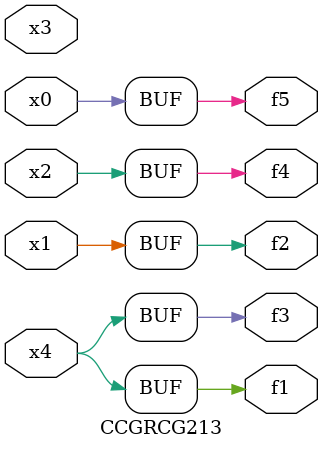
<source format=v>
module CCGRCG213(
	input x0, x1, x2, x3, x4,
	output f1, f2, f3, f4, f5
);
	assign f1 = x4;
	assign f2 = x1;
	assign f3 = x4;
	assign f4 = x2;
	assign f5 = x0;
endmodule

</source>
